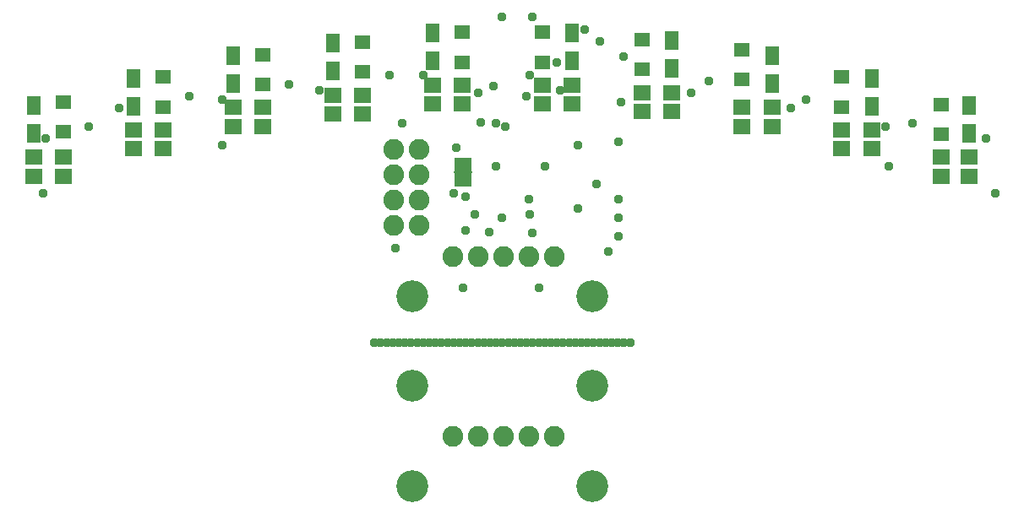
<source format=gbr>
G04 EAGLE Gerber RS-274X export*
G75*
%MOMM*%
%FSLAX34Y34*%
%LPD*%
%INSoldermask Bottom*%
%IPPOS*%
%AMOC8*
5,1,8,0,0,1.08239X$1,22.5*%
G01*
%ADD10C,2.082800*%
%ADD11R,1.453200X1.903200*%
%ADD12R,1.803200X1.503200*%
%ADD13R,1.603200X1.403200*%
%ADD14C,3.203200*%
%ADD15R,1.803400X1.371600*%
%ADD16R,1.828800X0.152400*%
%ADD17C,0.959600*%


D10*
X490000Y260000D03*
X515400Y260000D03*
X540800Y260000D03*
X566200Y260000D03*
X591600Y260000D03*
D11*
X1007500Y383500D03*
X1007500Y411500D03*
D12*
X1007500Y359500D03*
X1007500Y340500D03*
D11*
X910000Y411000D03*
X910000Y439000D03*
D12*
X910000Y387000D03*
X910000Y368000D03*
D11*
X810000Y433500D03*
X810000Y461500D03*
D12*
X810000Y409500D03*
X810000Y390500D03*
D11*
X710000Y448500D03*
X710000Y476500D03*
D12*
X710000Y424500D03*
X710000Y405500D03*
D11*
X610000Y456000D03*
X610000Y484000D03*
D12*
X610000Y432000D03*
X610000Y413000D03*
D11*
X470000Y456000D03*
X470000Y484000D03*
D12*
X470000Y432000D03*
X470000Y413000D03*
D11*
X370000Y446000D03*
X370000Y474000D03*
D12*
X370000Y422000D03*
X370000Y403000D03*
D11*
X270000Y433500D03*
X270000Y461500D03*
D12*
X270000Y409500D03*
X270000Y390500D03*
D11*
X170000Y411000D03*
X170000Y439000D03*
D12*
X170000Y387000D03*
X170000Y368000D03*
D11*
X70000Y383500D03*
X70000Y411500D03*
D12*
X70000Y359500D03*
X70000Y340500D03*
D13*
X980000Y382500D03*
X980000Y412500D03*
D12*
X980000Y359500D03*
X980000Y340500D03*
D13*
X880000Y410000D03*
X880000Y440000D03*
D12*
X880000Y387000D03*
X880000Y368000D03*
D13*
X780000Y437500D03*
X780000Y467500D03*
D12*
X780000Y409500D03*
X780000Y390500D03*
D13*
X680000Y447500D03*
X680000Y477500D03*
D12*
X680000Y424500D03*
X680000Y405500D03*
D13*
X580000Y455000D03*
X580000Y485000D03*
D12*
X580000Y432000D03*
X580000Y413000D03*
D13*
X500000Y455000D03*
X500000Y485000D03*
D12*
X500000Y432000D03*
X500000Y413000D03*
D13*
X400000Y445000D03*
X400000Y475000D03*
D12*
X400000Y422000D03*
X400000Y403000D03*
D13*
X300000Y432500D03*
X300000Y462500D03*
D12*
X300000Y409500D03*
X300000Y390500D03*
D13*
X200000Y410000D03*
X200000Y440000D03*
D12*
X200000Y387000D03*
X200000Y368000D03*
D13*
X100000Y385000D03*
X100000Y415000D03*
D12*
X100000Y359500D03*
X100000Y340500D03*
D14*
X450000Y220000D03*
X630000Y220000D03*
D10*
X456204Y291252D03*
X430804Y291252D03*
X456204Y316652D03*
X430804Y316652D03*
X456204Y342052D03*
X430804Y342052D03*
X456204Y367452D03*
X430804Y367452D03*
D15*
X500248Y352212D03*
X500248Y336972D03*
D16*
X500248Y344592D03*
D10*
X490000Y80000D03*
X515400Y80000D03*
X540800Y80000D03*
X566200Y80000D03*
X591600Y80000D03*
D14*
X450000Y130000D03*
X630000Y130000D03*
X450000Y30000D03*
X630000Y30000D03*
D17*
X656058Y298872D03*
X656058Y280584D03*
X500610Y228768D03*
X533776Y350688D03*
X656058Y317160D03*
X570108Y500142D03*
X622168Y487848D03*
X656058Y375072D03*
X658744Y414696D03*
X582544Y350688D03*
X439288Y393360D03*
X427096Y442128D03*
X326512Y432984D03*
X225928Y420792D03*
X125344Y390312D03*
X747136Y436032D03*
X844672Y417744D03*
X951352Y393360D03*
X576448Y228768D03*
X539872Y500040D03*
X926968Y350688D03*
X646552Y265344D03*
X433192Y268392D03*
X259456Y372024D03*
X79624Y323256D03*
X1033648Y323256D03*
X661792Y460416D03*
X594736Y454320D03*
X411856Y173904D03*
X417952Y173904D03*
X424048Y173904D03*
X430144Y173904D03*
X436240Y173904D03*
X442336Y173904D03*
X448432Y173904D03*
X454528Y173904D03*
X460624Y173904D03*
X466720Y173904D03*
X472816Y173904D03*
X478912Y173904D03*
X485008Y173904D03*
X491104Y173904D03*
X497200Y173904D03*
X503296Y173904D03*
X509392Y173904D03*
X515488Y173904D03*
X521584Y173904D03*
X527680Y173904D03*
X533776Y173904D03*
X539872Y173904D03*
X545968Y173904D03*
X552064Y173904D03*
X558160Y173904D03*
X564256Y173904D03*
X570352Y173904D03*
X576448Y173904D03*
X582544Y173904D03*
X588640Y173904D03*
X594736Y173904D03*
X600832Y173904D03*
X606928Y173904D03*
X613024Y173904D03*
X619120Y173904D03*
X625216Y173904D03*
X631312Y173904D03*
X637408Y173904D03*
X643504Y173904D03*
X649600Y173904D03*
X655696Y173904D03*
X661792Y173904D03*
X667888Y173904D03*
X539872Y298872D03*
X616072Y308016D03*
X503038Y286422D03*
X634360Y332400D03*
X564256Y420792D03*
X515488Y423840D03*
X533776Y393360D03*
X1024504Y378120D03*
X923920Y390312D03*
X829432Y408600D03*
X728848Y423840D03*
X597784Y426888D03*
X460624Y442128D03*
X356992Y426888D03*
X259456Y417744D03*
X155824Y408600D03*
X82672Y378120D03*
X503296Y320208D03*
X567304Y301920D03*
X570352Y283632D03*
X512440Y301920D03*
X616072Y372024D03*
X566753Y317124D03*
X526414Y284898D03*
X542920Y390312D03*
X567304Y442128D03*
X637408Y475656D03*
X494152Y368976D03*
X518536Y394150D03*
X530728Y431178D03*
X491104Y323256D03*
M02*

</source>
